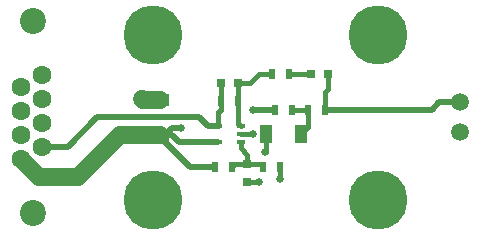
<source format=gbr>
G04 #@! TF.FileFunction,Copper,L1,Top,Signal*
%FSLAX46Y46*%
G04 Gerber Fmt 4.6, Leading zero omitted, Abs format (unit mm)*
G04 Created by KiCad (PCBNEW 4.0.7) date 04/02/18 06:39:02*
%MOMM*%
%LPD*%
G01*
G04 APERTURE LIST*
%ADD10C,0.150000*%
%ADD11R,0.750000X0.800000*%
%ADD12R,0.800000X0.750000*%
%ADD13R,0.500000X0.900000*%
%ADD14R,1.000000X1.600000*%
%ADD15C,2.200000*%
%ADD16C,1.600000*%
%ADD17R,0.650000X0.400000*%
%ADD18C,1.500000*%
%ADD19C,5.000000*%
%ADD20R,1.600000X1.000000*%
%ADD21C,0.660400*%
%ADD22C,1.524000*%
%ADD23C,0.381000*%
%ADD24C,0.508000*%
G04 APERTURE END LIST*
D10*
D11*
X49276000Y-39509000D03*
X49276000Y-41009000D03*
D12*
X54622000Y-31877000D03*
X56122000Y-31877000D03*
X47002000Y-32639000D03*
X48502000Y-32639000D03*
D13*
X51574000Y-34925000D03*
X53074000Y-34925000D03*
X54368000Y-34925000D03*
X55868000Y-34925000D03*
X46494000Y-39751000D03*
X47994000Y-39751000D03*
X50558000Y-39751000D03*
X52058000Y-39751000D03*
X51320000Y-31877000D03*
X52820000Y-31877000D03*
X47002000Y-34163000D03*
X48502000Y-34163000D03*
D14*
X53824000Y-36957000D03*
X50824000Y-36957000D03*
D15*
X31112000Y-27430000D03*
X31112000Y-43690000D03*
D16*
X30092000Y-35060000D03*
X30092000Y-37090000D03*
X31872000Y-34030000D03*
X31872000Y-36060000D03*
X31872000Y-32000000D03*
X30092000Y-33030000D03*
X31872000Y-38090000D03*
X30092000Y-39120000D03*
D17*
X48702000Y-37607000D03*
X48702000Y-36307000D03*
X48702000Y-36957000D03*
X46802000Y-36307000D03*
X46802000Y-37607000D03*
D18*
X67310000Y-34290000D03*
X67310000Y-36830000D03*
D19*
X41275000Y-28575000D03*
X41275000Y-42545000D03*
X60325000Y-28575000D03*
X60325000Y-42545000D03*
D20*
X41910000Y-34060000D03*
X41910000Y-37060000D03*
D21*
X40386000Y-34036000D03*
X50292000Y-41021000D03*
X50800000Y-38481000D03*
X52070000Y-40767000D03*
X49784000Y-36957000D03*
X49784000Y-34925000D03*
X43688000Y-36449000D03*
D22*
X41910000Y-34060000D02*
X40410000Y-34060000D01*
X40410000Y-34060000D02*
X40386000Y-34036000D01*
D23*
X49276000Y-41009000D02*
X50280000Y-41009000D01*
X50280000Y-41009000D02*
X50292000Y-41021000D01*
X50824000Y-36957000D02*
X50824000Y-38457000D01*
X50824000Y-38457000D02*
X50800000Y-38481000D01*
X52058000Y-39751000D02*
X52058000Y-40755000D01*
X52058000Y-40755000D02*
X52070000Y-40767000D01*
X48702000Y-36957000D02*
X49784000Y-36957000D01*
X50824000Y-36957000D02*
X50824000Y-37489000D01*
X54368000Y-34925000D02*
X54368000Y-36413000D01*
X54368000Y-36413000D02*
X53824000Y-36957000D01*
X54368000Y-34925000D02*
X53074000Y-34925000D01*
X48702000Y-37607000D02*
X48702000Y-38161000D01*
X49276000Y-38735000D02*
X49276000Y-39509000D01*
X48702000Y-38161000D02*
X49276000Y-38735000D01*
X49276000Y-39509000D02*
X48236000Y-39509000D01*
X48236000Y-39509000D02*
X47994000Y-39751000D01*
X49276000Y-39509000D02*
X50316000Y-39509000D01*
X50316000Y-39509000D02*
X50558000Y-39751000D01*
X54622000Y-31877000D02*
X52820000Y-31877000D01*
D24*
X31872000Y-38090000D02*
X34046000Y-38090000D01*
X34046000Y-38090000D02*
X36576000Y-35560000D01*
X36576000Y-35560000D02*
X45212000Y-35560000D01*
X45212000Y-35560000D02*
X45959000Y-36307000D01*
X45959000Y-36307000D02*
X46802000Y-36307000D01*
D23*
X46802000Y-36307000D02*
X46802000Y-35113000D01*
X47002000Y-34913000D02*
X47002000Y-34163000D01*
X46802000Y-35113000D02*
X47002000Y-34913000D01*
X47002000Y-32639000D02*
X47002000Y-34163000D01*
X48502000Y-34163000D02*
X48502000Y-36107000D01*
X48502000Y-36107000D02*
X48702000Y-36307000D01*
X48502000Y-32639000D02*
X48502000Y-34163000D01*
X51320000Y-31877000D02*
X50292000Y-31877000D01*
X49530000Y-32639000D02*
X48502000Y-32639000D01*
X50292000Y-31877000D02*
X49530000Y-32639000D01*
D22*
X32120000Y-40640000D02*
X31612000Y-40640000D01*
X32120000Y-40640000D02*
X34925000Y-40640000D01*
X41910000Y-37060000D02*
X38505000Y-37060000D01*
X34925000Y-40640000D02*
X38505000Y-37060000D01*
X31612000Y-40640000D02*
X30092000Y-39120000D01*
D24*
X41910000Y-37060000D02*
X42315000Y-37060000D01*
X42315000Y-37060000D02*
X42926000Y-36449000D01*
X49784000Y-34925000D02*
X51574000Y-34925000D01*
X42926000Y-36449000D02*
X43688000Y-36449000D01*
X46802000Y-37607000D02*
X43449000Y-37607000D01*
X42902000Y-37060000D02*
X41910000Y-37060000D01*
X43449000Y-37607000D02*
X42902000Y-37060000D01*
X41910000Y-37060000D02*
X41910000Y-37211000D01*
X41910000Y-37211000D02*
X44450000Y-39751000D01*
X44450000Y-39751000D02*
X46494000Y-39751000D01*
X55868000Y-34925000D02*
X64897000Y-34925000D01*
X65532000Y-34290000D02*
X67310000Y-34290000D01*
X64897000Y-34925000D02*
X65532000Y-34290000D01*
D23*
X55868000Y-34925000D02*
X55868000Y-33413000D01*
X56122000Y-33159000D02*
X56122000Y-31877000D01*
X55868000Y-33413000D02*
X56122000Y-33159000D01*
M02*

</source>
